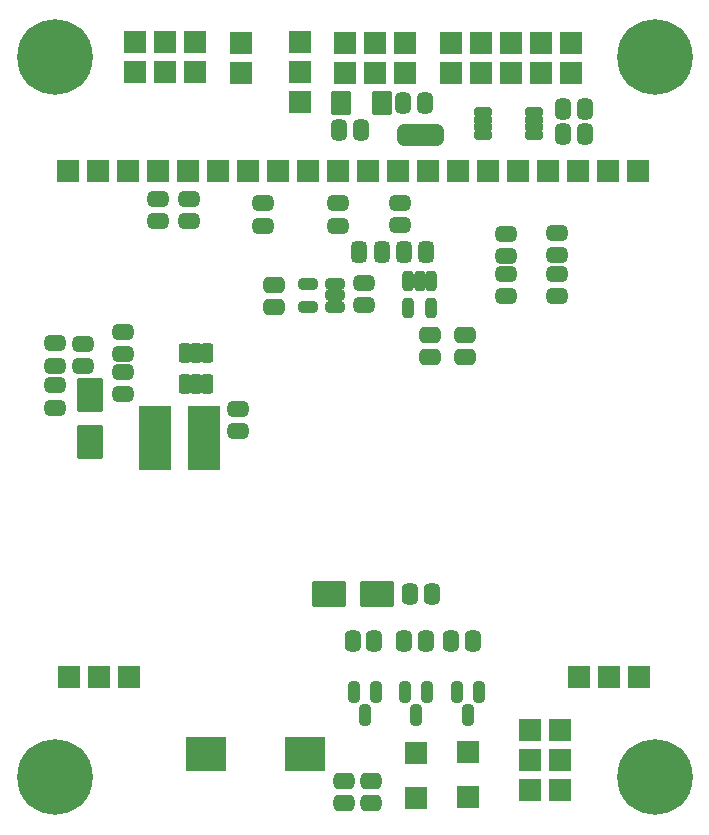
<source format=gbr>
%TF.GenerationSoftware,KiCad,Pcbnew,6.0.11+dfsg-1~bpo11+1*%
%TF.CreationDate,2023-06-13T23:24:27+00:00*%
%TF.ProjectId,OLED01,4f4c4544-3031-42e6-9b69-6361645f7063,rev?*%
%TF.SameCoordinates,PX72ba1e0PY737d6e0*%
%TF.FileFunction,Soldermask,Bot*%
%TF.FilePolarity,Negative*%
%FSLAX46Y46*%
G04 Gerber Fmt 4.6, Leading zero omitted, Abs format (unit mm)*
G04 Created by KiCad (PCBNEW 6.0.11+dfsg-1~bpo11+1) date 2023-06-13 23:24:27*
%MOMM*%
%LPD*%
G01*
G04 APERTURE LIST*
G04 Aperture macros list*
%AMRoundRect*
0 Rectangle with rounded corners*
0 $1 Rounding radius*
0 $2 $3 $4 $5 $6 $7 $8 $9 X,Y pos of 4 corners*
0 Add a 4 corners polygon primitive as box body*
4,1,4,$2,$3,$4,$5,$6,$7,$8,$9,$2,$3,0*
0 Add four circle primitives for the rounded corners*
1,1,$1+$1,$2,$3*
1,1,$1+$1,$4,$5*
1,1,$1+$1,$6,$7*
1,1,$1+$1,$8,$9*
0 Add four rect primitives between the rounded corners*
20,1,$1+$1,$2,$3,$4,$5,0*
20,1,$1+$1,$4,$5,$6,$7,0*
20,1,$1+$1,$6,$7,$8,$9,0*
20,1,$1+$1,$8,$9,$2,$3,0*%
%AMFreePoly0*
4,1,41,0.636777,0.930194,0.706366,0.874698,0.744986,0.794504,0.750000,0.750000,0.750000,-0.750000,0.730194,-0.836777,0.674698,-0.906366,0.594504,-0.944986,0.550000,-0.950000,0.000000,-0.950000,-0.023504,-0.944635,-0.083606,-0.943534,-0.139582,-0.934468,-0.274897,-0.892193,-0.326080,-0.867780,-0.444090,-0.789225,-0.486362,-0.751429,-0.577582,-0.642910,-0.607548,-0.594768,-0.664643,-0.465009,
-0.679893,-0.410393,-0.697476,-0.275933,-0.697084,-0.275882,-0.700000,-0.250000,-0.700000,0.250000,-0.697921,0.259109,-0.697582,0.286880,-0.675771,0.426957,-0.659192,0.481183,-0.598944,0.609508,-0.567811,0.656904,-0.473967,0.763162,-0.430783,0.799915,-0.310888,0.875563,-0.259125,0.898717,-0.122818,0.937674,-0.066635,0.945370,-0.042411,0.945222,0.000000,0.950000,0.550000,0.950000,
0.636777,0.930194,0.636777,0.930194,$1*%
%AMFreePoly1*
4,1,41,0.022678,0.944824,0.075125,0.944504,0.131210,0.936123,0.267031,0.895504,0.318507,0.871718,0.437469,0.794611,0.480202,0.757333,0.572740,0.649936,0.603290,0.602165,0.661967,0.473113,0.677883,0.418686,0.697980,0.278353,0.700000,0.250000,0.700000,-0.250000,0.699985,-0.252439,0.699836,-0.264655,0.697079,-0.295398,0.673559,-0.435199,0.656318,-0.489221,0.594506,-0.616800,
0.562797,-0.663810,0.467662,-0.768914,0.424032,-0.805137,0.303222,-0.879314,0.251181,-0.901834,0.114408,-0.939123,0.058135,-0.946132,0.037663,-0.945757,0.000000,-0.950000,-0.550000,-0.950000,-0.636777,-0.930194,-0.706366,-0.874698,-0.744986,-0.794504,-0.750000,-0.750000,-0.750000,0.750000,-0.730194,0.836777,-0.674698,0.906366,-0.594504,0.944986,-0.550000,0.950000,0.000000,0.950000,
0.022678,0.944824,0.022678,0.944824,$1*%
G04 Aperture macros list end*
%ADD10RoundRect,0.200000X-0.762000X-0.762000X0.762000X-0.762000X0.762000X0.762000X-0.762000X0.762000X0*%
%ADD11C,6.400000*%
%ADD12RoundRect,0.200000X0.762000X-0.762000X0.762000X0.762000X-0.762000X0.762000X-0.762000X-0.762000X0*%
%ADD13RoundRect,0.200000X0.762000X0.762000X-0.762000X0.762000X-0.762000X-0.762000X0.762000X-0.762000X0*%
%ADD14RoundRect,0.200000X-0.762000X0.762000X-0.762000X-0.762000X0.762000X-0.762000X0.762000X0.762000X0*%
%ADD15RoundRect,0.200000X1.175000X2.550000X-1.175000X2.550000X-1.175000X-2.550000X1.175000X-2.550000X0*%
%ADD16RoundRect,0.443750X-0.456250X0.243750X-0.456250X-0.243750X0.456250X-0.243750X0.456250X0.243750X0*%
%ADD17RoundRect,0.450000X-0.450000X0.262500X-0.450000X-0.262500X0.450000X-0.262500X0.450000X0.262500X0*%
%ADD18RoundRect,0.200000X-0.325000X0.610000X-0.325000X-0.610000X0.325000X-0.610000X0.325000X0.610000X0*%
%ADD19RoundRect,0.350000X-0.150000X0.587500X-0.150000X-0.587500X0.150000X-0.587500X0.150000X0.587500X0*%
%ADD20RoundRect,0.450000X-0.250000X-0.475000X0.250000X-0.475000X0.250000X0.475000X-0.250000X0.475000X0*%
%ADD21RoundRect,0.200000X0.650000X0.850000X-0.650000X0.850000X-0.650000X-0.850000X0.650000X-0.850000X0*%
%ADD22RoundRect,0.443750X-0.243750X-0.456250X0.243750X-0.456250X0.243750X0.456250X-0.243750X0.456250X0*%
%ADD23RoundRect,0.443750X0.243750X0.456250X-0.243750X0.456250X-0.243750X-0.456250X0.243750X-0.456250X0*%
%ADD24RoundRect,0.200000X-0.900000X1.250000X-0.900000X-1.250000X0.900000X-1.250000X0.900000X1.250000X0*%
%ADD25RoundRect,0.350000X-0.150000X0.512500X-0.150000X-0.512500X0.150000X-0.512500X0.150000X0.512500X0*%
%ADD26RoundRect,0.450000X0.262500X0.450000X-0.262500X0.450000X-0.262500X-0.450000X0.262500X-0.450000X0*%
%ADD27RoundRect,0.200000X0.550000X0.200000X-0.550000X0.200000X-0.550000X-0.200000X0.550000X-0.200000X0*%
%ADD28RoundRect,0.443750X0.456250X-0.243750X0.456250X0.243750X-0.456250X0.243750X-0.456250X-0.243750X0*%
%ADD29RoundRect,0.450000X-0.475000X0.250000X-0.475000X-0.250000X0.475000X-0.250000X0.475000X0.250000X0*%
%ADD30FreePoly0,0.000000*%
%ADD31RoundRect,0.200000X-0.500000X-0.750000X0.500000X-0.750000X0.500000X0.750000X-0.500000X0.750000X0*%
%ADD32FreePoly1,0.000000*%
%ADD33RoundRect,0.200000X-0.750000X0.750000X-0.750000X-0.750000X0.750000X-0.750000X0.750000X0.750000X0*%
%ADD34RoundRect,0.200000X0.750000X-0.750000X0.750000X0.750000X-0.750000X0.750000X-0.750000X-0.750000X0*%
%ADD35RoundRect,0.200000X1.250000X0.900000X-1.250000X0.900000X-1.250000X-0.900000X1.250000X-0.900000X0*%
%ADD36RoundRect,0.350000X0.512500X0.150000X-0.512500X0.150000X-0.512500X-0.150000X0.512500X-0.150000X0*%
%ADD37RoundRect,0.450000X0.250000X0.475000X-0.250000X0.475000X-0.250000X-0.475000X0.250000X-0.475000X0*%
%ADD38RoundRect,0.200000X-1.525000X-1.250000X1.525000X-1.250000X1.525000X1.250000X-1.525000X1.250000X0*%
G04 APERTURE END LIST*
D10*
%TO.C,J1*%
X40230000Y4040000D03*
X42770000Y4040000D03*
X40230000Y1500000D03*
X42770000Y1500000D03*
X40230000Y-1040000D03*
X42770000Y-1040000D03*
%TD*%
D11*
%TO.C,H2*%
X50800000Y0D03*
%TD*%
%TO.C,H4*%
X0Y0D03*
%TD*%
D12*
%TO.C,J6*%
X33520000Y59630000D03*
X33520000Y62170000D03*
X36060000Y59630000D03*
X36060000Y62170000D03*
X38600000Y59630000D03*
X38600000Y62170000D03*
X41140000Y59630000D03*
X41140000Y62170000D03*
X43680000Y59630000D03*
X43680000Y62170000D03*
%TD*%
D13*
%TO.C,J5*%
X20750000Y57210000D03*
X20750000Y59750000D03*
X20750000Y62290000D03*
%TD*%
D14*
%TO.C,J4*%
X11890000Y62220000D03*
X11890000Y59680000D03*
X9350000Y62220000D03*
X9350000Y59680000D03*
X6810000Y62220000D03*
X6810000Y59680000D03*
%TD*%
D11*
%TO.C,H3*%
X0Y60960000D03*
%TD*%
%TO.C,H1*%
X50800000Y60960000D03*
%TD*%
D12*
%TO.C,DISP1*%
X1170000Y8500000D03*
X3710000Y8500000D03*
X6250000Y8500000D03*
X44350000Y8500000D03*
X46890000Y8500000D03*
X49430000Y8500000D03*
X49420000Y51300000D03*
X46880000Y51300000D03*
X44340000Y51300000D03*
X41800000Y51300000D03*
X39260000Y51300000D03*
X36720000Y51300000D03*
X34180000Y51300000D03*
X31640000Y51300000D03*
X29100000Y51300000D03*
X26560000Y51300000D03*
X24020000Y51300000D03*
X21480000Y51300000D03*
X18940000Y51300000D03*
X16400000Y51300000D03*
X13860000Y51300000D03*
X11320000Y51300000D03*
X8780000Y51300000D03*
X6240000Y51300000D03*
X3700000Y51300000D03*
X1160000Y51300000D03*
%TD*%
D14*
%TO.C,J2*%
X29696666Y62170000D03*
X29696666Y59630000D03*
X27156666Y62170000D03*
X27156666Y59630000D03*
X24616666Y62170000D03*
X24616666Y59630000D03*
%TD*%
D12*
%TO.C,J3*%
X15750000Y59630000D03*
X15750000Y62170000D03*
%TD*%
D15*
%TO.C,L1*%
X12675000Y28700000D03*
X8525000Y28700000D03*
%TD*%
D16*
%TO.C,R10*%
X17600000Y48587500D03*
X17600000Y46712500D03*
%TD*%
D17*
%TO.C,R19*%
X24500000Y-337500D03*
X24500000Y-2162500D03*
%TD*%
D16*
%TO.C,R3*%
X42500000Y42637500D03*
X42500000Y40762500D03*
%TD*%
D18*
%TO.C,U3*%
X11000341Y35933647D03*
X11950341Y35933647D03*
X12900341Y35933647D03*
X12900341Y33313647D03*
X11950341Y33313647D03*
X11000341Y33313647D03*
%TD*%
D19*
%TO.C,Q1*%
X29637500Y7187500D03*
X31537500Y7187500D03*
X30587500Y5312500D03*
%TD*%
D20*
%TO.C,C4*%
X29550000Y44500000D03*
X31450000Y44500000D03*
%TD*%
D16*
%TO.C,R1*%
X11400000Y48937500D03*
X11400000Y47062500D03*
%TD*%
%TO.C,R4*%
X38200000Y46037500D03*
X38200000Y44162500D03*
%TD*%
D21*
%TO.C,D2*%
X27750000Y57050000D03*
X24250000Y57050000D03*
%TD*%
D22*
%TO.C,C8*%
X29512500Y57050000D03*
X31387500Y57050000D03*
%TD*%
D23*
%TO.C,R13*%
X44937500Y54500000D03*
X43062500Y54500000D03*
%TD*%
D24*
%TO.C,D1*%
X3000000Y32400000D03*
X3000000Y28400000D03*
%TD*%
D25*
%TO.C,U2*%
X29950000Y41987500D03*
X30900000Y41987500D03*
X31850000Y41987500D03*
X31850000Y39712500D03*
X29950000Y39712500D03*
%TD*%
D26*
%TO.C,R17*%
X27075000Y11500000D03*
X25250000Y11500000D03*
%TD*%
D27*
%TO.C,U5*%
X40550000Y56325000D03*
X40550000Y55675000D03*
X40550000Y55025000D03*
X40550000Y54375000D03*
X36250000Y54375000D03*
X36250000Y55025000D03*
X36250000Y55675000D03*
X36250000Y56325000D03*
%TD*%
D26*
%TO.C,R15*%
X31412500Y11500000D03*
X29587500Y11500000D03*
%TD*%
D28*
%TO.C,R7*%
X5800000Y32462500D03*
X5800000Y34337500D03*
%TD*%
D19*
%TO.C,Q2*%
X25300000Y7187500D03*
X27200000Y7187500D03*
X26250000Y5312500D03*
%TD*%
D29*
%TO.C,C7*%
X31750000Y37450000D03*
X31750000Y35550000D03*
%TD*%
D16*
%TO.C,C11*%
X0Y36737500D03*
X0Y34862500D03*
%TD*%
D29*
%TO.C,C6*%
X34750000Y37450000D03*
X34750000Y35550000D03*
%TD*%
D16*
%TO.C,R6*%
X26150000Y41837500D03*
X26150000Y39962500D03*
%TD*%
%TO.C,R2*%
X42500000Y46075000D03*
X42500000Y44200000D03*
%TD*%
D30*
%TO.C,JP1*%
X29700000Y54407500D03*
D31*
X31000000Y54407500D03*
D32*
X32300000Y54407500D03*
%TD*%
D33*
%TO.C,D4*%
X30587500Y2035000D03*
D34*
X30587500Y-1725000D03*
%TD*%
D16*
%TO.C,C2*%
X8750000Y48937500D03*
X8750000Y47062500D03*
%TD*%
%TO.C,R12*%
X29200000Y48600000D03*
X29200000Y46725000D03*
%TD*%
D26*
%TO.C,C12*%
X31912500Y15500000D03*
X30087500Y15500000D03*
%TD*%
D19*
%TO.C,Q3*%
X34050000Y7187500D03*
X35950000Y7187500D03*
X35000000Y5312500D03*
%TD*%
D16*
%TO.C,R5*%
X38200000Y42600000D03*
X38200000Y40725000D03*
%TD*%
D28*
%TO.C,R8*%
X5800000Y35825000D03*
X5800000Y37700000D03*
%TD*%
D29*
%TO.C,C1*%
X18550000Y41700000D03*
X18550000Y39800000D03*
%TD*%
D16*
%TO.C,R11*%
X24000000Y48587500D03*
X24000000Y46712500D03*
%TD*%
D35*
%TO.C,D3*%
X27250000Y15500000D03*
X23250000Y15500000D03*
%TD*%
D17*
%TO.C,R16*%
X26750000Y-337500D03*
X26750000Y-2162500D03*
%TD*%
D23*
%TO.C,R14*%
X44937500Y56550000D03*
X43062500Y56550000D03*
%TD*%
%TO.C,C9*%
X25937500Y54800000D03*
X24062500Y54800000D03*
%TD*%
D36*
%TO.C,U1*%
X23737500Y41750000D03*
X23737500Y40800000D03*
X23737500Y39850000D03*
X21462500Y39850000D03*
X21462500Y41750000D03*
%TD*%
D26*
%TO.C,R18*%
X35412500Y11500000D03*
X33587500Y11500000D03*
%TD*%
D28*
%TO.C,R9*%
X2400000Y34800000D03*
X2400000Y36675000D03*
%TD*%
D33*
%TO.C,D5*%
X35000000Y2130000D03*
D34*
X35000000Y-1630000D03*
%TD*%
D37*
%TO.C,C3*%
X27700000Y44500000D03*
X25800000Y44500000D03*
%TD*%
D28*
%TO.C,C10*%
X0Y31300000D03*
X0Y33175000D03*
%TD*%
D38*
%TO.C,BZ1*%
X12775000Y1997138D03*
X21225000Y1997138D03*
%TD*%
D16*
%TO.C,C5*%
X15500000Y31175000D03*
X15500000Y29300000D03*
%TD*%
M02*

</source>
